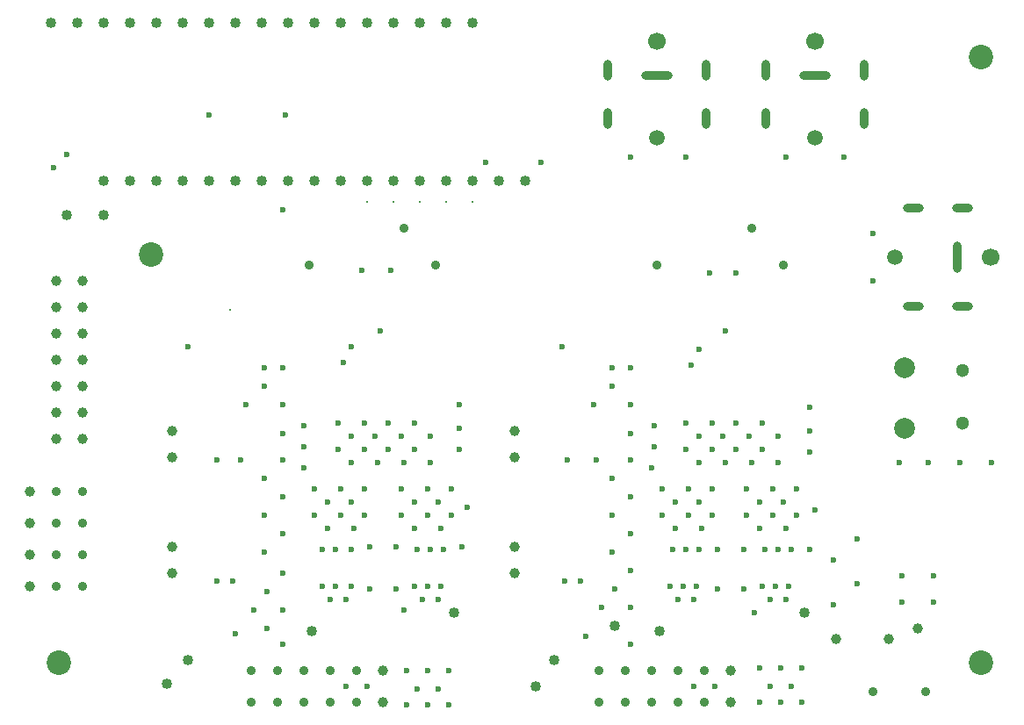
<source format=gbr>
G04 Generated by Ultiboard 13.0 *
%FSLAX25Y25*%
%MOIN*%

%ADD11C,0.04000*%
%ADD12C,0.02362*%
%ADD13C,0.03500*%
%ADD14C,0.03917*%
%ADD15C,0.03937*%
%ADD16C,0.05906*%
%ADD17C,0.06693*%
%ADD18O,0.03150X0.11811*%
%ADD19O,0.07874X0.03150*%
%ADD20O,0.03150X0.07874*%
%ADD21O,0.11811X0.03150*%
%ADD22C,0.09300*%
%ADD23C,0.05118*%
%ADD24C,0.00700*%
%ADD25C,0.07874*%


G04 ColorRGB 000000 for the following layer *
%LNDrill-Copper Top-Copper Bottom*%
%LPD*%
G54D11*
X42000Y208000D03*
X52000Y208000D03*
X62000Y208000D03*
X72000Y208000D03*
X82000Y208000D03*
X92000Y208000D03*
X102000Y208000D03*
X112000Y208000D03*
X122000Y208000D03*
X132000Y208000D03*
X142000Y208000D03*
X152000Y208000D03*
X162000Y208000D03*
X172000Y208000D03*
X182000Y208000D03*
X192000Y208000D03*
X202000Y208000D03*
X22000Y268000D03*
X32000Y268000D03*
X42000Y268000D03*
X52000Y268000D03*
X62000Y268000D03*
X72000Y268000D03*
X82000Y268000D03*
X92000Y268000D03*
X102000Y268000D03*
X112000Y268000D03*
X122000Y268000D03*
X132000Y268000D03*
X142000Y268000D03*
X152000Y268000D03*
X162000Y268000D03*
X172000Y268000D03*
X182000Y268000D03*
X42000Y195000D03*
X28000Y195000D03*
X74000Y26000D03*
X66000Y17000D03*
X213000Y26000D03*
X206000Y16000D03*
X175000Y44000D03*
X121000Y37000D03*
X253000Y37000D03*
X308000Y44000D03*
X236000Y39000D03*
G54D12*
X104000Y38000D03*
X110000Y45000D03*
X128000Y49000D03*
X134000Y49000D03*
X163000Y49000D03*
X169000Y49000D03*
X242000Y46000D03*
X260000Y49000D03*
X266000Y49000D03*
X295000Y49000D03*
X301000Y49000D03*
X85000Y56000D03*
X91000Y56000D03*
X104000Y52000D03*
X125000Y54000D03*
X130000Y54000D03*
X136000Y54000D03*
X160000Y54000D03*
X165000Y54000D03*
X170000Y54000D03*
X217000Y56000D03*
X223000Y56000D03*
X236000Y53000D03*
X257000Y54000D03*
X262000Y54000D03*
X267000Y54000D03*
X292000Y54000D03*
X297000Y54000D03*
X302000Y54000D03*
X110000Y59000D03*
X242000Y60000D03*
X103000Y67000D03*
X125000Y68000D03*
X130000Y68000D03*
X136000Y68000D03*
X161000Y68000D03*
X166000Y68000D03*
X171000Y68000D03*
X235000Y67000D03*
X258000Y68000D03*
X263000Y68000D03*
X268000Y68000D03*
X293000Y68000D03*
X298000Y68000D03*
X303000Y68000D03*
X103000Y81000D03*
X110000Y74000D03*
X235000Y81000D03*
X242000Y74000D03*
X110000Y88000D03*
X242000Y88000D03*
X103000Y95000D03*
X235000Y95000D03*
X110000Y102000D03*
X242000Y102000D03*
X110000Y123000D03*
X242000Y123000D03*
X103000Y130000D03*
X235000Y130000D03*
X103000Y137000D03*
X110000Y137000D03*
X133000Y139000D03*
X242000Y137000D03*
X265000Y138000D03*
X268000Y144000D03*
X136000Y145000D03*
X147000Y151000D03*
X216000Y145000D03*
X278000Y151000D03*
X140000Y174000D03*
X151000Y174000D03*
X272000Y173000D03*
X282000Y173000D03*
X110000Y197000D03*
X82000Y233000D03*
X111000Y233000D03*
X208000Y215000D03*
X187000Y215000D03*
X235000Y137000D03*
X319000Y47000D03*
X328000Y55000D03*
X319000Y64000D03*
X328000Y72000D03*
X291000Y23000D03*
X299000Y23000D03*
X307000Y23000D03*
X295000Y16000D03*
X291000Y10000D03*
X299000Y10000D03*
X307000Y10000D03*
X310000Y68000D03*
X312000Y83000D03*
X310000Y105000D03*
X310000Y113000D03*
X310000Y122000D03*
X289000Y44000D03*
X285000Y53000D03*
X285000Y68000D03*
X242000Y112000D03*
X242000Y32000D03*
X225000Y35000D03*
X231000Y46000D03*
X110000Y32000D03*
X99000Y45000D03*
X92000Y36000D03*
X110000Y112000D03*
X96000Y123000D03*
X228000Y123000D03*
X94000Y102000D03*
X85000Y102000D03*
X229000Y102000D03*
X218000Y102000D03*
X251000Y115000D03*
X251000Y107000D03*
X250000Y99000D03*
X275000Y68000D03*
X275000Y53000D03*
X177000Y123000D03*
X177000Y114000D03*
X177000Y106000D03*
X156000Y45000D03*
X180000Y84000D03*
X153000Y69000D03*
X153000Y53000D03*
X178000Y69000D03*
X118000Y115000D03*
X118000Y107000D03*
X118000Y99000D03*
X143000Y69000D03*
X143000Y53000D03*
X174000Y91000D03*
X160000Y76000D03*
X170000Y76000D03*
X174000Y81000D03*
X165000Y91000D03*
X155000Y91000D03*
X160000Y86000D03*
X169000Y86000D03*
X155000Y81000D03*
X165000Y81000D03*
X127000Y76000D03*
X122000Y81000D03*
X132000Y81000D03*
X137000Y76000D03*
X141000Y81000D03*
X127000Y86000D03*
X136000Y86000D03*
X122000Y91000D03*
X132000Y91000D03*
X141000Y91000D03*
X259000Y76000D03*
X254000Y81000D03*
X264000Y81000D03*
X269000Y76000D03*
X273000Y81000D03*
X259000Y86000D03*
X268000Y86000D03*
X254000Y91000D03*
X264000Y91000D03*
X273000Y91000D03*
X291000Y76000D03*
X286000Y81000D03*
X296000Y81000D03*
X301000Y76000D03*
X305000Y81000D03*
X291000Y86000D03*
X300000Y86000D03*
X286000Y91000D03*
X296000Y91000D03*
X305000Y91000D03*
X268000Y101000D03*
X263000Y106000D03*
X273000Y106000D03*
X278000Y101000D03*
X282000Y106000D03*
X268000Y111000D03*
X277000Y111000D03*
X263000Y116000D03*
X273000Y116000D03*
X282000Y116000D03*
X136000Y101000D03*
X131000Y106000D03*
X141000Y106000D03*
X146000Y101000D03*
X150000Y106000D03*
X136000Y111000D03*
X145000Y111000D03*
X131000Y116000D03*
X141000Y116000D03*
X150000Y116000D03*
X156000Y101000D03*
X160000Y106000D03*
X155000Y111000D03*
X160000Y116000D03*
X166000Y111000D03*
X166000Y101000D03*
X288000Y101000D03*
X298000Y101000D03*
X292000Y106000D03*
X287000Y111000D03*
X298000Y111000D03*
X292000Y116000D03*
X157000Y9000D03*
X161000Y15000D03*
X165000Y9000D03*
X169000Y15000D03*
X173000Y9000D03*
X157000Y22000D03*
X165000Y22000D03*
X173000Y22000D03*
X242000Y217000D03*
X263000Y217000D03*
X334000Y188000D03*
X334000Y170000D03*
X344000Y101000D03*
X355000Y101000D03*
X367000Y101000D03*
X379000Y101000D03*
X134000Y16000D03*
X266000Y16000D03*
X142000Y16000D03*
X274000Y16000D03*
X74000Y145000D03*
X357000Y58000D03*
X345000Y58000D03*
X357000Y48000D03*
X345000Y48000D03*
X301000Y217000D03*
X323000Y217000D03*
X303000Y16000D03*
X28000Y218000D03*
X23000Y213000D03*
G54D13*
X168000Y176000D03*
X156000Y190000D03*
X252000Y176000D03*
X24000Y66000D03*
X34000Y66000D03*
X24000Y78000D03*
X34000Y78000D03*
X24000Y90000D03*
X34000Y90000D03*
X24000Y54000D03*
X34000Y54000D03*
X120000Y176000D03*
X300000Y176000D03*
X288000Y190000D03*
X138000Y22000D03*
X128000Y22000D03*
X108000Y22000D03*
X118000Y22000D03*
X98000Y22000D03*
X138000Y10000D03*
X128000Y10000D03*
X108000Y10000D03*
X118000Y10000D03*
X98000Y10000D03*
X270000Y22000D03*
X260000Y22000D03*
X240000Y22000D03*
X250000Y22000D03*
X230000Y22000D03*
X270000Y10000D03*
X260000Y10000D03*
X240000Y10000D03*
X250000Y10000D03*
X230000Y10000D03*
X334000Y14000D03*
X354000Y14000D03*
G54D14*
X14000Y66000D03*
X14000Y78000D03*
X14000Y90000D03*
X14000Y54000D03*
X148000Y22000D03*
X148000Y10000D03*
X280000Y22000D03*
X280000Y10000D03*
G54D15*
X320000Y34000D03*
X340000Y34000D03*
X34000Y160000D03*
X24000Y160000D03*
X34000Y170000D03*
X24000Y170000D03*
X34000Y130000D03*
X24000Y130000D03*
X34000Y140000D03*
X24000Y140000D03*
X34000Y150000D03*
X24000Y150000D03*
X34000Y110000D03*
X24000Y110000D03*
X34000Y120000D03*
X24000Y120000D03*
X68000Y59000D03*
X68000Y69000D03*
X68000Y113000D03*
X68000Y103000D03*
X198000Y59000D03*
X198000Y69000D03*
X198000Y113000D03*
X198000Y103000D03*
X351000Y38000D03*
G54D16*
X342378Y179000D03*
X252000Y224378D03*
X312000Y224378D03*
G54D17*
X378795Y179000D03*
X252000Y260795D03*
X312000Y260795D03*
G54D18*
X366000Y179000D03*
G54D19*
X367969Y197701D03*
X349465Y160299D03*
X349465Y197701D03*
X367969Y160299D03*
G54D20*
X233299Y249969D03*
X270701Y231465D03*
X233299Y231465D03*
X270701Y249969D03*
X293299Y249969D03*
X330701Y231465D03*
X293299Y231465D03*
X330701Y249969D03*
G54D21*
X252000Y248000D03*
X312000Y248000D03*
G54D22*
X375000Y25000D03*
X25000Y25000D03*
X375000Y255000D03*
X60000Y180000D03*
G54D23*
X368000Y136000D03*
X368000Y116000D03*
G54D24*
X90000Y159000D03*
X182000Y200000D03*
X172000Y200000D03*
X162000Y200000D03*
X152000Y200000D03*
X142000Y200000D03*
G54D25*
X346000Y114000D03*
X346000Y137000D03*

M02*

</source>
